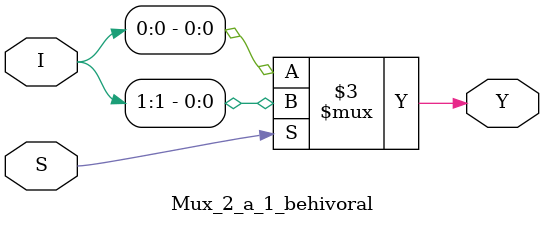
<source format=v>
module Mux_2_a_1_behivoral(Y,I,S);

input [1:0]I;
input S;
output reg Y;

always @(*)
    if (S)
        Y = I[1];
    else
        Y = I[0];

endmodule


</source>
